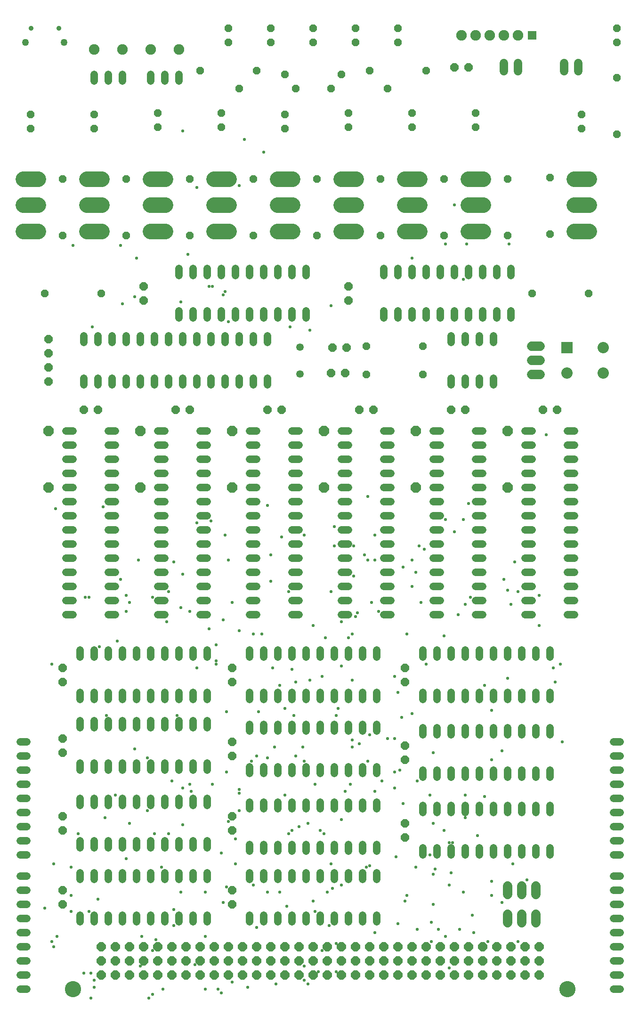
<source format=gbr>
G04 EAGLE Gerber RS-274X export*
G75*
%MOMM*%
%FSLAX34Y34*%
%LPD*%
%INSoldermask Top*%
%IPPOS*%
%AMOC8*
5,1,8,0,0,1.08239X$1,22.5*%
G01*
%ADD10C,1.346200*%
%ADD11C,1.346200*%
%ADD12P,1.677055X8X202.500000*%
%ADD13P,1.677055X8X112.500000*%
%ADD14R,1.627000X1.627000*%
%ADD15C,1.905000*%
%ADD16P,1.457113X8X22.500000*%
%ADD17P,1.457113X8X202.500000*%
%ADD18P,1.951982X8X112.500000*%
%ADD19P,1.457113X8X292.500000*%
%ADD20P,1.677055X8X22.500000*%
%ADD21C,1.651000*%
%ADD22P,1.787026X8X292.500000*%
%ADD23C,2.921000*%
%ADD24C,2.832100*%
%ADD25P,1.457113X8X112.500000*%
%ADD26P,1.677055X8X292.500000*%
%ADD27C,1.498600*%
%ADD28C,0.889000*%
%ADD29C,1.270000*%
%ADD30R,2.032000X2.032000*%
%ADD31C,2.032000*%
%ADD32C,0.584200*%


D10*
X890270Y1357630D03*
X890270Y1309370D03*
D11*
X501650Y1301496D02*
X501650Y1289304D01*
X527050Y1289304D02*
X527050Y1301496D01*
X552450Y1301496D02*
X552450Y1289304D01*
X577850Y1289304D02*
X577850Y1301496D01*
X603250Y1301496D02*
X603250Y1289304D01*
X628650Y1289304D02*
X628650Y1301496D01*
X654050Y1301496D02*
X654050Y1289304D01*
X679450Y1289304D02*
X679450Y1301496D01*
X704850Y1301496D02*
X704850Y1289304D01*
X730250Y1289304D02*
X730250Y1301496D01*
X755650Y1301496D02*
X755650Y1289304D01*
X781050Y1289304D02*
X781050Y1301496D01*
X806450Y1301496D02*
X806450Y1289304D01*
X831850Y1289304D02*
X831850Y1301496D01*
X831850Y1365504D02*
X831850Y1377696D01*
X806450Y1377696D02*
X806450Y1365504D01*
X781050Y1365504D02*
X781050Y1377696D01*
X755650Y1377696D02*
X755650Y1365504D01*
X730250Y1365504D02*
X730250Y1377696D01*
X704850Y1377696D02*
X704850Y1365504D01*
X679450Y1365504D02*
X679450Y1377696D01*
X654050Y1377696D02*
X654050Y1365504D01*
X628650Y1365504D02*
X628650Y1377696D01*
X603250Y1377696D02*
X603250Y1365504D01*
X577850Y1365504D02*
X577850Y1377696D01*
X552450Y1377696D02*
X552450Y1365504D01*
X527050Y1365504D02*
X527050Y1377696D01*
X501650Y1377696D02*
X501650Y1365504D01*
D12*
X971550Y1310640D03*
X946150Y1310640D03*
X974090Y1356360D03*
X948690Y1356360D03*
X1193800Y1860550D03*
X1168400Y1860550D03*
D13*
X438150Y1346200D03*
X438150Y1371600D03*
X438150Y1295400D03*
X438150Y1320800D03*
D11*
X1371854Y876300D02*
X1384046Y876300D01*
X1384046Y901700D02*
X1371854Y901700D01*
X1371854Y927100D02*
X1384046Y927100D01*
X1384046Y952500D02*
X1371854Y952500D01*
X1371854Y977900D02*
X1384046Y977900D01*
X1384046Y1003300D02*
X1371854Y1003300D01*
X1371854Y1028700D02*
X1384046Y1028700D01*
X1384046Y1054100D02*
X1371854Y1054100D01*
X1371854Y1079500D02*
X1384046Y1079500D01*
X1384046Y1104900D02*
X1371854Y1104900D01*
X1371854Y1130300D02*
X1384046Y1130300D01*
X1384046Y1155700D02*
X1371854Y1155700D01*
X1371854Y1181100D02*
X1384046Y1181100D01*
X1384046Y1206500D02*
X1371854Y1206500D01*
X1307846Y1206500D02*
X1295654Y1206500D01*
X1295654Y1181100D02*
X1307846Y1181100D01*
X1307846Y1155700D02*
X1295654Y1155700D01*
X1295654Y1130300D02*
X1307846Y1130300D01*
X1307846Y1104900D02*
X1295654Y1104900D01*
X1295654Y1079500D02*
X1307846Y1079500D01*
X1307846Y1054100D02*
X1295654Y1054100D01*
X1295654Y1028700D02*
X1307846Y1028700D01*
X1307846Y1003300D02*
X1295654Y1003300D01*
X1295654Y977900D02*
X1307846Y977900D01*
X1307846Y952500D02*
X1295654Y952500D01*
X1295654Y927100D02*
X1307846Y927100D01*
X1307846Y901700D02*
X1295654Y901700D01*
X1295654Y876300D02*
X1307846Y876300D01*
X888746Y876300D02*
X876554Y876300D01*
X876554Y901700D02*
X888746Y901700D01*
X888746Y927100D02*
X876554Y927100D01*
X876554Y952500D02*
X888746Y952500D01*
X888746Y977900D02*
X876554Y977900D01*
X876554Y1003300D02*
X888746Y1003300D01*
X888746Y1028700D02*
X876554Y1028700D01*
X876554Y1054100D02*
X888746Y1054100D01*
X888746Y1079500D02*
X876554Y1079500D01*
X876554Y1104900D02*
X888746Y1104900D01*
X888746Y1130300D02*
X876554Y1130300D01*
X876554Y1155700D02*
X888746Y1155700D01*
X888746Y1181100D02*
X876554Y1181100D01*
X876554Y1206500D02*
X888746Y1206500D01*
X812546Y1206500D02*
X800354Y1206500D01*
X800354Y1181100D02*
X812546Y1181100D01*
X812546Y1155700D02*
X800354Y1155700D01*
X800354Y1130300D02*
X812546Y1130300D01*
X812546Y1104900D02*
X800354Y1104900D01*
X800354Y1079500D02*
X812546Y1079500D01*
X812546Y1054100D02*
X800354Y1054100D01*
X800354Y1028700D02*
X812546Y1028700D01*
X812546Y1003300D02*
X800354Y1003300D01*
X800354Y977900D02*
X812546Y977900D01*
X812546Y952500D02*
X800354Y952500D01*
X800354Y927100D02*
X812546Y927100D01*
X812546Y901700D02*
X800354Y901700D01*
X800354Y876300D02*
X812546Y876300D01*
X558546Y876300D02*
X546354Y876300D01*
X546354Y901700D02*
X558546Y901700D01*
X558546Y927100D02*
X546354Y927100D01*
X546354Y952500D02*
X558546Y952500D01*
X558546Y977900D02*
X546354Y977900D01*
X546354Y1003300D02*
X558546Y1003300D01*
X558546Y1028700D02*
X546354Y1028700D01*
X546354Y1054100D02*
X558546Y1054100D01*
X558546Y1079500D02*
X546354Y1079500D01*
X546354Y1104900D02*
X558546Y1104900D01*
X558546Y1130300D02*
X546354Y1130300D01*
X546354Y1155700D02*
X558546Y1155700D01*
X558546Y1181100D02*
X546354Y1181100D01*
X546354Y1206500D02*
X558546Y1206500D01*
X482346Y1206500D02*
X470154Y1206500D01*
X470154Y1181100D02*
X482346Y1181100D01*
X482346Y1155700D02*
X470154Y1155700D01*
X470154Y1130300D02*
X482346Y1130300D01*
X482346Y1104900D02*
X470154Y1104900D01*
X470154Y1079500D02*
X482346Y1079500D01*
X482346Y1054100D02*
X470154Y1054100D01*
X470154Y1028700D02*
X482346Y1028700D01*
X482346Y1003300D02*
X470154Y1003300D01*
X470154Y977900D02*
X482346Y977900D01*
X482346Y952500D02*
X470154Y952500D01*
X470154Y927100D02*
X482346Y927100D01*
X482346Y901700D02*
X470154Y901700D01*
X470154Y876300D02*
X482346Y876300D01*
X1162050Y1289304D02*
X1162050Y1301496D01*
X1187450Y1301496D02*
X1187450Y1289304D01*
X1212850Y1289304D02*
X1212850Y1301496D01*
X1238250Y1301496D02*
X1238250Y1289304D01*
X1238250Y1365504D02*
X1238250Y1377696D01*
X1212850Y1377696D02*
X1212850Y1365504D01*
X1187450Y1365504D02*
X1187450Y1377696D01*
X1162050Y1377696D02*
X1162050Y1365504D01*
D14*
X1308100Y1917700D03*
D15*
X1282700Y1917700D03*
X1257300Y1917700D03*
X1231900Y1917700D03*
X1206500Y1917700D03*
X1181100Y1917700D03*
D16*
X1308100Y1454150D03*
X1409700Y1454150D03*
D17*
X1111250Y1358900D03*
X1009650Y1358900D03*
D18*
X933450Y1104900D03*
X933450Y1206500D03*
X603250Y1104900D03*
X603250Y1206500D03*
X1263650Y1104900D03*
X1263650Y1206500D03*
D17*
X1111250Y1308100D03*
X1009650Y1308100D03*
D11*
X1041654Y876300D02*
X1053846Y876300D01*
X1053846Y901700D02*
X1041654Y901700D01*
X1041654Y927100D02*
X1053846Y927100D01*
X1053846Y952500D02*
X1041654Y952500D01*
X1041654Y977900D02*
X1053846Y977900D01*
X1053846Y1003300D02*
X1041654Y1003300D01*
X1041654Y1028700D02*
X1053846Y1028700D01*
X1053846Y1054100D02*
X1041654Y1054100D01*
X1041654Y1079500D02*
X1053846Y1079500D01*
X1053846Y1104900D02*
X1041654Y1104900D01*
X1041654Y1130300D02*
X1053846Y1130300D01*
X1053846Y1155700D02*
X1041654Y1155700D01*
X1041654Y1181100D02*
X1053846Y1181100D01*
X1053846Y1206500D02*
X1041654Y1206500D01*
X977646Y1206500D02*
X965454Y1206500D01*
X965454Y1181100D02*
X977646Y1181100D01*
X977646Y1155700D02*
X965454Y1155700D01*
X965454Y1130300D02*
X977646Y1130300D01*
X977646Y1104900D02*
X965454Y1104900D01*
X965454Y1079500D02*
X977646Y1079500D01*
X977646Y1054100D02*
X965454Y1054100D01*
X965454Y1028700D02*
X977646Y1028700D01*
X977646Y1003300D02*
X965454Y1003300D01*
X965454Y977900D02*
X977646Y977900D01*
X977646Y952500D02*
X965454Y952500D01*
X965454Y927100D02*
X977646Y927100D01*
X977646Y901700D02*
X965454Y901700D01*
X965454Y876300D02*
X977646Y876300D01*
D18*
X1098550Y1104900D03*
X1098550Y1206500D03*
D11*
X723646Y876300D02*
X711454Y876300D01*
X711454Y901700D02*
X723646Y901700D01*
X723646Y927100D02*
X711454Y927100D01*
X711454Y952500D02*
X723646Y952500D01*
X723646Y977900D02*
X711454Y977900D01*
X711454Y1003300D02*
X723646Y1003300D01*
X723646Y1028700D02*
X711454Y1028700D01*
X711454Y1054100D02*
X723646Y1054100D01*
X723646Y1079500D02*
X711454Y1079500D01*
X711454Y1104900D02*
X723646Y1104900D01*
X723646Y1130300D02*
X711454Y1130300D01*
X711454Y1155700D02*
X723646Y1155700D01*
X723646Y1181100D02*
X711454Y1181100D01*
X711454Y1206500D02*
X723646Y1206500D01*
X647446Y1206500D02*
X635254Y1206500D01*
X635254Y1181100D02*
X647446Y1181100D01*
X647446Y1155700D02*
X635254Y1155700D01*
X635254Y1130300D02*
X647446Y1130300D01*
X647446Y1104900D02*
X635254Y1104900D01*
X635254Y1079500D02*
X647446Y1079500D01*
X647446Y1054100D02*
X635254Y1054100D01*
X635254Y1028700D02*
X647446Y1028700D01*
X647446Y1003300D02*
X635254Y1003300D01*
X635254Y977900D02*
X647446Y977900D01*
X647446Y952500D02*
X635254Y952500D01*
X635254Y927100D02*
X647446Y927100D01*
X647446Y901700D02*
X635254Y901700D01*
X635254Y876300D02*
X647446Y876300D01*
D18*
X438150Y1104900D03*
X438150Y1206500D03*
D19*
X762000Y1930400D03*
X762000Y1905000D03*
X990600Y1930400D03*
X990600Y1905000D03*
X838200Y1930400D03*
X838200Y1905000D03*
X1066800Y1930400D03*
X1066800Y1905000D03*
X914400Y1930400D03*
X914400Y1905000D03*
D16*
X863600Y1847850D03*
X965200Y1847850D03*
X781050Y1822450D03*
X882650Y1822450D03*
X711200Y1854200D03*
X812800Y1854200D03*
X946150Y1822450D03*
X1047750Y1822450D03*
X1016000Y1854200D03*
X1117600Y1854200D03*
D20*
X501650Y1244600D03*
X527050Y1244600D03*
X666750Y1244600D03*
X692150Y1244600D03*
X996950Y1244600D03*
X1022350Y1244600D03*
X1162050Y1244600D03*
X1187450Y1244600D03*
X1327150Y1244600D03*
X1352550Y1244600D03*
D11*
X520700Y1835404D02*
X520700Y1847596D01*
X546100Y1847596D02*
X546100Y1835404D01*
X571500Y1835404D02*
X571500Y1847596D01*
D15*
X520700Y1892300D03*
X571500Y1892300D03*
D11*
X622300Y1847596D02*
X622300Y1835404D01*
X647700Y1835404D02*
X647700Y1847596D01*
X673100Y1847596D02*
X673100Y1835404D01*
D15*
X622300Y1892300D03*
X673100Y1892300D03*
D21*
X1306830Y1308100D02*
X1322070Y1308100D01*
X1322070Y1333500D02*
X1306830Y1333500D01*
X1306830Y1358900D02*
X1322070Y1358900D01*
D11*
X1454404Y444500D02*
X1466596Y444500D01*
X1466596Y469900D02*
X1454404Y469900D01*
X1454404Y495300D02*
X1466596Y495300D01*
X1466596Y520700D02*
X1454404Y520700D01*
X1454404Y546100D02*
X1466596Y546100D01*
X1466596Y571500D02*
X1454404Y571500D01*
X1454404Y596900D02*
X1466596Y596900D01*
X1466596Y622300D02*
X1454404Y622300D01*
X1454404Y647700D02*
X1466596Y647700D01*
X1466596Y203200D02*
X1454404Y203200D01*
X1454404Y228600D02*
X1466596Y228600D01*
X1466596Y254000D02*
X1454404Y254000D01*
X1454404Y279400D02*
X1466596Y279400D01*
X1466596Y304800D02*
X1454404Y304800D01*
X1454404Y330200D02*
X1466596Y330200D01*
X1466596Y355600D02*
X1454404Y355600D01*
X1454404Y381000D02*
X1466596Y381000D01*
X1466596Y406400D02*
X1454404Y406400D01*
X399796Y444500D02*
X387604Y444500D01*
X387604Y469900D02*
X399796Y469900D01*
X399796Y495300D02*
X387604Y495300D01*
X387604Y520700D02*
X399796Y520700D01*
X399796Y546100D02*
X387604Y546100D01*
X387604Y571500D02*
X399796Y571500D01*
X399796Y596900D02*
X387604Y596900D01*
X387604Y622300D02*
X399796Y622300D01*
X399796Y647700D02*
X387604Y647700D01*
X387604Y203200D02*
X399796Y203200D01*
X399796Y228600D02*
X387604Y228600D01*
X387604Y254000D02*
X399796Y254000D01*
X399796Y279400D02*
X387604Y279400D01*
X387604Y304800D02*
X399796Y304800D01*
X399796Y330200D02*
X387604Y330200D01*
X387604Y355600D02*
X399796Y355600D01*
X399796Y381000D02*
X387604Y381000D01*
X387604Y406400D02*
X399796Y406400D01*
D22*
X1320800Y228600D03*
X1295400Y228600D03*
X1270000Y228600D03*
X1244600Y228600D03*
X1219200Y228600D03*
X1193800Y228600D03*
X1168400Y228600D03*
X1143000Y228600D03*
X1117600Y228600D03*
X1092200Y228600D03*
X1066800Y228600D03*
X1041400Y228600D03*
X1016000Y228600D03*
X990600Y228600D03*
X965200Y228600D03*
X939800Y228600D03*
X1320800Y254000D03*
X1295400Y254000D03*
X1270000Y254000D03*
X1244600Y254000D03*
X1219200Y254000D03*
X1193800Y254000D03*
X1168400Y254000D03*
X1143000Y254000D03*
X1117600Y254000D03*
X1092200Y254000D03*
X1066800Y254000D03*
X1041400Y254000D03*
X1016000Y254000D03*
X990600Y254000D03*
X965200Y254000D03*
X939800Y254000D03*
X1320800Y279400D03*
X1295400Y279400D03*
X1270000Y279400D03*
X1244600Y279400D03*
X1219200Y279400D03*
X1193800Y279400D03*
X1168400Y279400D03*
X1143000Y279400D03*
X1117600Y279400D03*
X1092200Y279400D03*
X1066800Y279400D03*
X1041400Y279400D03*
X1016000Y279400D03*
X990600Y279400D03*
X965200Y279400D03*
X939800Y279400D03*
X914400Y228600D03*
X889000Y228600D03*
X863600Y228600D03*
X838200Y228600D03*
X812800Y228600D03*
X787400Y228600D03*
X762000Y228600D03*
X736600Y228600D03*
X711200Y228600D03*
X685800Y228600D03*
X660400Y228600D03*
X635000Y228600D03*
X609600Y228600D03*
X584200Y228600D03*
X558800Y228600D03*
X533400Y228600D03*
X914400Y254000D03*
X889000Y254000D03*
X863600Y254000D03*
X838200Y254000D03*
X812800Y254000D03*
X787400Y254000D03*
X762000Y254000D03*
X736600Y254000D03*
X711200Y254000D03*
X685800Y254000D03*
X660400Y254000D03*
X635000Y254000D03*
X609600Y254000D03*
X584200Y254000D03*
X558800Y254000D03*
X533400Y254000D03*
X914400Y279400D03*
X889000Y279400D03*
X863600Y279400D03*
X838200Y279400D03*
X812800Y279400D03*
X787400Y279400D03*
X762000Y279400D03*
X736600Y279400D03*
X711200Y279400D03*
X685800Y279400D03*
X660400Y279400D03*
X635000Y279400D03*
X609600Y279400D03*
X584200Y279400D03*
X558800Y279400D03*
X533400Y279400D03*
D23*
X482536Y203200D03*
X1371664Y203200D03*
D19*
X1460500Y1930400D03*
X1460500Y1905000D03*
X1460500Y1841500D03*
X1460500Y1739900D03*
D11*
X1218946Y876300D02*
X1206754Y876300D01*
X1206754Y901700D02*
X1218946Y901700D01*
X1218946Y927100D02*
X1206754Y927100D01*
X1206754Y952500D02*
X1218946Y952500D01*
X1218946Y977900D02*
X1206754Y977900D01*
X1206754Y1003300D02*
X1218946Y1003300D01*
X1218946Y1028700D02*
X1206754Y1028700D01*
X1206754Y1054100D02*
X1218946Y1054100D01*
X1218946Y1079500D02*
X1206754Y1079500D01*
X1206754Y1104900D02*
X1218946Y1104900D01*
X1218946Y1130300D02*
X1206754Y1130300D01*
X1206754Y1155700D02*
X1218946Y1155700D01*
X1218946Y1181100D02*
X1206754Y1181100D01*
X1206754Y1206500D02*
X1218946Y1206500D01*
X1142746Y1206500D02*
X1130554Y1206500D01*
X1130554Y1181100D02*
X1142746Y1181100D01*
X1142746Y1155700D02*
X1130554Y1155700D01*
X1130554Y1130300D02*
X1142746Y1130300D01*
X1142746Y1104900D02*
X1130554Y1104900D01*
X1130554Y1079500D02*
X1142746Y1079500D01*
X1142746Y1054100D02*
X1130554Y1054100D01*
X1130554Y1028700D02*
X1142746Y1028700D01*
X1142746Y1003300D02*
X1130554Y1003300D01*
X1130554Y977900D02*
X1142746Y977900D01*
X1142746Y952500D02*
X1130554Y952500D01*
X1130554Y927100D02*
X1142746Y927100D01*
X1142746Y901700D02*
X1130554Y901700D01*
X1130554Y876300D02*
X1142746Y876300D01*
D18*
X768350Y1104900D03*
X768350Y1206500D03*
D24*
X419926Y1659890D02*
X392875Y1659890D01*
X392875Y1612900D02*
X419926Y1612900D01*
X419926Y1565910D02*
X392875Y1565910D01*
X507175Y1659890D02*
X534226Y1659890D01*
X534226Y1612900D02*
X507175Y1612900D01*
X507175Y1565910D02*
X534226Y1565910D01*
X621475Y1659890D02*
X648526Y1659890D01*
X648526Y1612900D02*
X621475Y1612900D01*
X621475Y1565910D02*
X648526Y1565910D01*
X735775Y1659890D02*
X762826Y1659890D01*
X762826Y1612900D02*
X735775Y1612900D01*
X735775Y1565910D02*
X762826Y1565910D01*
X850075Y1659890D02*
X877126Y1659890D01*
X877126Y1612900D02*
X850075Y1612900D01*
X850075Y1565910D02*
X877126Y1565910D01*
X964375Y1659890D02*
X991426Y1659890D01*
X991426Y1612900D02*
X964375Y1612900D01*
X964375Y1565910D02*
X991426Y1565910D01*
X1078675Y1659890D02*
X1105726Y1659890D01*
X1105726Y1612900D02*
X1078675Y1612900D01*
X1078675Y1565910D02*
X1105726Y1565910D01*
X1192975Y1659890D02*
X1220026Y1659890D01*
X1220026Y1612900D02*
X1192975Y1612900D01*
X1192975Y1565910D02*
X1220026Y1565910D01*
X1383475Y1659890D02*
X1410526Y1659890D01*
X1410526Y1612900D02*
X1383475Y1612900D01*
X1383475Y1565910D02*
X1410526Y1565910D01*
D25*
X406400Y1750060D03*
X406400Y1775460D03*
X463550Y1558290D03*
X463550Y1659890D03*
X520700Y1750060D03*
X520700Y1775460D03*
X577850Y1558290D03*
X577850Y1659890D03*
X635000Y1752600D03*
X635000Y1778000D03*
X692150Y1558290D03*
X692150Y1659890D03*
X749300Y1752600D03*
X749300Y1778000D03*
X806450Y1558290D03*
X806450Y1659890D03*
X863600Y1750060D03*
X863600Y1775460D03*
X920750Y1558290D03*
X920750Y1659890D03*
X977900Y1752600D03*
X977900Y1778000D03*
X1035050Y1558290D03*
X1035050Y1659890D03*
X1092200Y1752600D03*
X1092200Y1778000D03*
X1149350Y1558290D03*
X1149350Y1659890D03*
X1206500Y1752600D03*
X1206500Y1778000D03*
X1263650Y1558290D03*
X1263650Y1659890D03*
X1397000Y1750060D03*
X1397000Y1775460D03*
X1339850Y1560830D03*
X1339850Y1662430D03*
D11*
X673100Y1422146D02*
X673100Y1409954D01*
X698500Y1409954D02*
X698500Y1422146D01*
X825500Y1422146D02*
X825500Y1409954D01*
X850900Y1409954D02*
X850900Y1422146D01*
X723900Y1422146D02*
X723900Y1409954D01*
X749300Y1409954D02*
X749300Y1422146D01*
X800100Y1422146D02*
X800100Y1409954D01*
X774700Y1409954D02*
X774700Y1422146D01*
X876300Y1422146D02*
X876300Y1409954D01*
X901700Y1409954D02*
X901700Y1422146D01*
X901700Y1486154D02*
X901700Y1498346D01*
X876300Y1498346D02*
X876300Y1486154D01*
X850900Y1486154D02*
X850900Y1498346D01*
X825500Y1498346D02*
X825500Y1486154D01*
X800100Y1486154D02*
X800100Y1498346D01*
X774700Y1498346D02*
X774700Y1486154D01*
X749300Y1486154D02*
X749300Y1498346D01*
X723900Y1498346D02*
X723900Y1486154D01*
X698500Y1486154D02*
X698500Y1498346D01*
X673100Y1498346D02*
X673100Y1486154D01*
X1041400Y1422146D02*
X1041400Y1409954D01*
X1066800Y1409954D02*
X1066800Y1422146D01*
X1193800Y1422146D02*
X1193800Y1409954D01*
X1219200Y1409954D02*
X1219200Y1422146D01*
X1092200Y1422146D02*
X1092200Y1409954D01*
X1117600Y1409954D02*
X1117600Y1422146D01*
X1168400Y1422146D02*
X1168400Y1409954D01*
X1143000Y1409954D02*
X1143000Y1422146D01*
X1244600Y1422146D02*
X1244600Y1409954D01*
X1270000Y1409954D02*
X1270000Y1422146D01*
X1270000Y1486154D02*
X1270000Y1498346D01*
X1244600Y1498346D02*
X1244600Y1486154D01*
X1219200Y1486154D02*
X1219200Y1498346D01*
X1193800Y1498346D02*
X1193800Y1486154D01*
X1168400Y1486154D02*
X1168400Y1498346D01*
X1143000Y1498346D02*
X1143000Y1486154D01*
X1117600Y1486154D02*
X1117600Y1498346D01*
X1092200Y1498346D02*
X1092200Y1486154D01*
X1066800Y1486154D02*
X1066800Y1498346D01*
X1041400Y1498346D02*
X1041400Y1486154D01*
D20*
X831850Y1244600D03*
X857250Y1244600D03*
D26*
X609600Y1466850D03*
X609600Y1441450D03*
X977900Y1466850D03*
X977900Y1441450D03*
D27*
X1390650Y1853692D02*
X1390650Y1867408D01*
X1365250Y1867408D02*
X1365250Y1853692D01*
X1282700Y1853692D02*
X1282700Y1867408D01*
X1257300Y1867408D02*
X1257300Y1853692D01*
D28*
X406800Y1930400D03*
X456800Y1930400D03*
D29*
X466800Y1905400D03*
X396800Y1905400D03*
D30*
X1370850Y1356000D03*
D31*
X1370850Y1311000D03*
X1435850Y1311000D03*
X1435850Y1356000D03*
D17*
X533400Y1454150D03*
X431800Y1454150D03*
D11*
X495300Y736346D02*
X495300Y724154D01*
X520700Y724154D02*
X520700Y736346D01*
X647700Y736346D02*
X647700Y724154D01*
X673100Y724154D02*
X673100Y736346D01*
X546100Y736346D02*
X546100Y724154D01*
X571500Y724154D02*
X571500Y736346D01*
X622300Y736346D02*
X622300Y724154D01*
X596900Y724154D02*
X596900Y736346D01*
X698500Y736346D02*
X698500Y724154D01*
X723900Y724154D02*
X723900Y736346D01*
X723900Y800354D02*
X723900Y812546D01*
X698500Y812546D02*
X698500Y800354D01*
X673100Y800354D02*
X673100Y812546D01*
X647700Y812546D02*
X647700Y800354D01*
X622300Y800354D02*
X622300Y812546D01*
X596900Y812546D02*
X596900Y800354D01*
X571500Y800354D02*
X571500Y812546D01*
X546100Y812546D02*
X546100Y800354D01*
X520700Y800354D02*
X520700Y812546D01*
X495300Y812546D02*
X495300Y800354D01*
X495300Y609346D02*
X495300Y597154D01*
X520700Y597154D02*
X520700Y609346D01*
X647700Y609346D02*
X647700Y597154D01*
X673100Y597154D02*
X673100Y609346D01*
X546100Y609346D02*
X546100Y597154D01*
X571500Y597154D02*
X571500Y609346D01*
X622300Y609346D02*
X622300Y597154D01*
X596900Y597154D02*
X596900Y609346D01*
X698500Y609346D02*
X698500Y597154D01*
X723900Y597154D02*
X723900Y609346D01*
X723900Y673354D02*
X723900Y685546D01*
X698500Y685546D02*
X698500Y673354D01*
X673100Y673354D02*
X673100Y685546D01*
X647700Y685546D02*
X647700Y673354D01*
X622300Y673354D02*
X622300Y685546D01*
X596900Y685546D02*
X596900Y673354D01*
X571500Y673354D02*
X571500Y685546D01*
X546100Y685546D02*
X546100Y673354D01*
X520700Y673354D02*
X520700Y685546D01*
X495300Y685546D02*
X495300Y673354D01*
X495300Y469646D02*
X495300Y457454D01*
X520700Y457454D02*
X520700Y469646D01*
X647700Y469646D02*
X647700Y457454D01*
X673100Y457454D02*
X673100Y469646D01*
X546100Y469646D02*
X546100Y457454D01*
X571500Y457454D02*
X571500Y469646D01*
X622300Y469646D02*
X622300Y457454D01*
X596900Y457454D02*
X596900Y469646D01*
X698500Y469646D02*
X698500Y457454D01*
X723900Y457454D02*
X723900Y469646D01*
X723900Y533654D02*
X723900Y545846D01*
X698500Y545846D02*
X698500Y533654D01*
X673100Y533654D02*
X673100Y545846D01*
X647700Y545846D02*
X647700Y533654D01*
X622300Y533654D02*
X622300Y545846D01*
X596900Y545846D02*
X596900Y533654D01*
X571500Y533654D02*
X571500Y545846D01*
X546100Y545846D02*
X546100Y533654D01*
X520700Y533654D02*
X520700Y545846D01*
X495300Y545846D02*
X495300Y533654D01*
X495300Y336296D02*
X495300Y324104D01*
X520700Y324104D02*
X520700Y336296D01*
X647700Y336296D02*
X647700Y324104D01*
X673100Y324104D02*
X673100Y336296D01*
X546100Y336296D02*
X546100Y324104D01*
X571500Y324104D02*
X571500Y336296D01*
X622300Y336296D02*
X622300Y324104D01*
X596900Y324104D02*
X596900Y336296D01*
X698500Y336296D02*
X698500Y324104D01*
X723900Y324104D02*
X723900Y336296D01*
X723900Y400304D02*
X723900Y412496D01*
X698500Y412496D02*
X698500Y400304D01*
X673100Y400304D02*
X673100Y412496D01*
X647700Y412496D02*
X647700Y400304D01*
X622300Y400304D02*
X622300Y412496D01*
X596900Y412496D02*
X596900Y400304D01*
X571500Y400304D02*
X571500Y412496D01*
X546100Y412496D02*
X546100Y400304D01*
X520700Y400304D02*
X520700Y412496D01*
X495300Y412496D02*
X495300Y400304D01*
X800100Y724154D02*
X800100Y736346D01*
X825500Y736346D02*
X825500Y724154D01*
X952500Y724154D02*
X952500Y736346D01*
X977900Y736346D02*
X977900Y724154D01*
X850900Y724154D02*
X850900Y736346D01*
X876300Y736346D02*
X876300Y724154D01*
X927100Y724154D02*
X927100Y736346D01*
X901700Y736346D02*
X901700Y724154D01*
X1003300Y724154D02*
X1003300Y736346D01*
X1028700Y736346D02*
X1028700Y724154D01*
X1028700Y800354D02*
X1028700Y812546D01*
X1003300Y812546D02*
X1003300Y800354D01*
X977900Y800354D02*
X977900Y812546D01*
X952500Y812546D02*
X952500Y800354D01*
X927100Y800354D02*
X927100Y812546D01*
X901700Y812546D02*
X901700Y800354D01*
X876300Y800354D02*
X876300Y812546D01*
X850900Y812546D02*
X850900Y800354D01*
X825500Y800354D02*
X825500Y812546D01*
X800100Y812546D02*
X800100Y800354D01*
X800100Y602996D02*
X800100Y590804D01*
X825500Y590804D02*
X825500Y602996D01*
X952500Y602996D02*
X952500Y590804D01*
X977900Y590804D02*
X977900Y602996D01*
X850900Y602996D02*
X850900Y590804D01*
X876300Y590804D02*
X876300Y602996D01*
X927100Y602996D02*
X927100Y590804D01*
X901700Y590804D02*
X901700Y602996D01*
X1003300Y602996D02*
X1003300Y590804D01*
X1028700Y590804D02*
X1028700Y602996D01*
X1028700Y667004D02*
X1028700Y679196D01*
X1003300Y679196D02*
X1003300Y667004D01*
X977900Y667004D02*
X977900Y679196D01*
X952500Y679196D02*
X952500Y667004D01*
X927100Y667004D02*
X927100Y679196D01*
X901700Y679196D02*
X901700Y667004D01*
X876300Y667004D02*
X876300Y679196D01*
X850900Y679196D02*
X850900Y667004D01*
X825500Y667004D02*
X825500Y679196D01*
X800100Y679196D02*
X800100Y667004D01*
X800100Y463296D02*
X800100Y451104D01*
X825500Y451104D02*
X825500Y463296D01*
X952500Y463296D02*
X952500Y451104D01*
X977900Y451104D02*
X977900Y463296D01*
X850900Y463296D02*
X850900Y451104D01*
X876300Y451104D02*
X876300Y463296D01*
X927100Y463296D02*
X927100Y451104D01*
X901700Y451104D02*
X901700Y463296D01*
X1003300Y463296D02*
X1003300Y451104D01*
X1028700Y451104D02*
X1028700Y463296D01*
X1028700Y527304D02*
X1028700Y539496D01*
X1003300Y539496D02*
X1003300Y527304D01*
X977900Y527304D02*
X977900Y539496D01*
X952500Y539496D02*
X952500Y527304D01*
X927100Y527304D02*
X927100Y539496D01*
X901700Y539496D02*
X901700Y527304D01*
X876300Y527304D02*
X876300Y539496D01*
X850900Y539496D02*
X850900Y527304D01*
X825500Y527304D02*
X825500Y539496D01*
X800100Y539496D02*
X800100Y527304D01*
X800100Y336296D02*
X800100Y324104D01*
X825500Y324104D02*
X825500Y336296D01*
X952500Y336296D02*
X952500Y324104D01*
X977900Y324104D02*
X977900Y336296D01*
X850900Y336296D02*
X850900Y324104D01*
X876300Y324104D02*
X876300Y336296D01*
X927100Y336296D02*
X927100Y324104D01*
X901700Y324104D02*
X901700Y336296D01*
X1003300Y336296D02*
X1003300Y324104D01*
X1028700Y324104D02*
X1028700Y336296D01*
X1028700Y400304D02*
X1028700Y412496D01*
X1003300Y412496D02*
X1003300Y400304D01*
X977900Y400304D02*
X977900Y412496D01*
X952500Y412496D02*
X952500Y400304D01*
X927100Y400304D02*
X927100Y412496D01*
X901700Y412496D02*
X901700Y400304D01*
X876300Y400304D02*
X876300Y412496D01*
X850900Y412496D02*
X850900Y400304D01*
X825500Y400304D02*
X825500Y412496D01*
X800100Y412496D02*
X800100Y400304D01*
X1111250Y724154D02*
X1111250Y736346D01*
X1136650Y736346D02*
X1136650Y724154D01*
X1263650Y724154D02*
X1263650Y736346D01*
X1289050Y736346D02*
X1289050Y724154D01*
X1162050Y724154D02*
X1162050Y736346D01*
X1187450Y736346D02*
X1187450Y724154D01*
X1238250Y724154D02*
X1238250Y736346D01*
X1212850Y736346D02*
X1212850Y724154D01*
X1314450Y724154D02*
X1314450Y736346D01*
X1339850Y736346D02*
X1339850Y724154D01*
X1339850Y800354D02*
X1339850Y812546D01*
X1314450Y812546D02*
X1314450Y800354D01*
X1289050Y800354D02*
X1289050Y812546D01*
X1263650Y812546D02*
X1263650Y800354D01*
X1238250Y800354D02*
X1238250Y812546D01*
X1212850Y812546D02*
X1212850Y800354D01*
X1187450Y800354D02*
X1187450Y812546D01*
X1162050Y812546D02*
X1162050Y800354D01*
X1136650Y800354D02*
X1136650Y812546D01*
X1111250Y812546D02*
X1111250Y800354D01*
X1111250Y596646D02*
X1111250Y584454D01*
X1136650Y584454D02*
X1136650Y596646D01*
X1263650Y596646D02*
X1263650Y584454D01*
X1289050Y584454D02*
X1289050Y596646D01*
X1162050Y596646D02*
X1162050Y584454D01*
X1187450Y584454D02*
X1187450Y596646D01*
X1238250Y596646D02*
X1238250Y584454D01*
X1212850Y584454D02*
X1212850Y596646D01*
X1314450Y596646D02*
X1314450Y584454D01*
X1339850Y584454D02*
X1339850Y596646D01*
X1339850Y660654D02*
X1339850Y672846D01*
X1314450Y672846D02*
X1314450Y660654D01*
X1289050Y660654D02*
X1289050Y672846D01*
X1263650Y672846D02*
X1263650Y660654D01*
X1238250Y660654D02*
X1238250Y672846D01*
X1212850Y672846D02*
X1212850Y660654D01*
X1187450Y660654D02*
X1187450Y672846D01*
X1162050Y672846D02*
X1162050Y660654D01*
X1136650Y660654D02*
X1136650Y672846D01*
X1111250Y672846D02*
X1111250Y660654D01*
X1111250Y456946D02*
X1111250Y444754D01*
X1136650Y444754D02*
X1136650Y456946D01*
X1263650Y456946D02*
X1263650Y444754D01*
X1289050Y444754D02*
X1289050Y456946D01*
X1162050Y456946D02*
X1162050Y444754D01*
X1187450Y444754D02*
X1187450Y456946D01*
X1238250Y456946D02*
X1238250Y444754D01*
X1212850Y444754D02*
X1212850Y456946D01*
X1314450Y456946D02*
X1314450Y444754D01*
X1339850Y444754D02*
X1339850Y456946D01*
X1339850Y520954D02*
X1339850Y533146D01*
X1314450Y533146D02*
X1314450Y520954D01*
X1289050Y520954D02*
X1289050Y533146D01*
X1263650Y533146D02*
X1263650Y520954D01*
X1238250Y520954D02*
X1238250Y533146D01*
X1212850Y533146D02*
X1212850Y520954D01*
X1187450Y520954D02*
X1187450Y533146D01*
X1162050Y533146D02*
X1162050Y520954D01*
X1136650Y520954D02*
X1136650Y533146D01*
X1111250Y533146D02*
X1111250Y520954D01*
D13*
X1079500Y476250D03*
X1079500Y501650D03*
X768350Y755650D03*
X768350Y781050D03*
X768350Y622300D03*
X768350Y647700D03*
X768350Y488950D03*
X768350Y514350D03*
X768350Y355600D03*
X768350Y381000D03*
X463550Y355600D03*
X463550Y381000D03*
X463550Y488950D03*
X463550Y514350D03*
D26*
X463550Y654050D03*
X463550Y628650D03*
D13*
X463550Y755650D03*
X463550Y781050D03*
X1079500Y755650D03*
X1079500Y781050D03*
X1079500Y615950D03*
X1079500Y641350D03*
D21*
X1263650Y388620D02*
X1263650Y373380D01*
X1289050Y373380D02*
X1289050Y388620D01*
X1314450Y388620D02*
X1314450Y373380D01*
X1263650Y337820D02*
X1263650Y322580D01*
X1289050Y322580D02*
X1289050Y337820D01*
X1314450Y337820D02*
X1314450Y322580D01*
D32*
X1362075Y647700D03*
X619125Y187325D03*
X720725Y203200D03*
X1203325Y304800D03*
X739775Y793750D03*
X749300Y196850D03*
X1177925Y311150D03*
X739775Y787400D03*
X742950Y203200D03*
X1152525Y298450D03*
X739775Y822325D03*
X796925Y206375D03*
X1127125Y288925D03*
X1130300Y409575D03*
X847725Y212725D03*
X1162050Y412750D03*
X1158875Y241300D03*
X904875Y212725D03*
X904875Y501650D03*
X917575Y571500D03*
X1060450Y565150D03*
X1012825Y612775D03*
X981075Y571500D03*
X965200Y508000D03*
X930275Y765175D03*
X1060450Y765175D03*
X1060450Y654050D03*
X930275Y273050D03*
X1025525Y304800D03*
X908050Y758825D03*
X1349375Y755650D03*
X854075Y749300D03*
X1123950Y552450D03*
X863600Y552450D03*
X431800Y349250D03*
X752475Y358775D03*
X958850Y708025D03*
X946150Y428625D03*
X774700Y428625D03*
X447675Y279400D03*
X520700Y206375D03*
X1228725Y288925D03*
X444500Y288925D03*
X501650Y231775D03*
X1282700Y288925D03*
X898525Y219075D03*
X768350Y215900D03*
X514350Y187325D03*
X625475Y193675D03*
X1358900Y787400D03*
X454025Y298450D03*
X520700Y219075D03*
X1193800Y1076325D03*
X663575Y317500D03*
X1117600Y787400D03*
X1076325Y536575D03*
X908050Y1387475D03*
X584200Y501650D03*
X603250Y244475D03*
X615950Y523875D03*
X695325Y558800D03*
X558800Y552450D03*
X679450Y565150D03*
X955675Y234950D03*
X898525Y244475D03*
X869950Y482600D03*
X679450Y498475D03*
X615950Y619125D03*
X1222375Y549275D03*
X781050Y555625D03*
X758825Y593725D03*
X593725Y635000D03*
X1158875Y390525D03*
X806450Y390525D03*
X803275Y612775D03*
X1184275Y377825D03*
X854075Y377825D03*
X844550Y638175D03*
X762000Y1403350D03*
X914400Y361950D03*
X1130300Y355600D03*
X942975Y317500D03*
X1127125Y323850D03*
X1009650Y422275D03*
X1098550Y422275D03*
X1069975Y596900D03*
X984250Y650875D03*
X996950Y644525D03*
X984250Y638175D03*
X1101725Y577850D03*
X1200150Y336550D03*
X955675Y285750D03*
X1235075Y396875D03*
X939800Y377825D03*
X882650Y622300D03*
X923925Y234950D03*
X1235075Y615950D03*
X831850Y619125D03*
X749300Y447675D03*
X606425Y298450D03*
X720725Y298450D03*
X625475Y273050D03*
X701675Y247650D03*
X631825Y292100D03*
X539750Y511175D03*
X511175Y342900D03*
X1130300Y628650D03*
X812800Y622300D03*
X831850Y377825D03*
X1254125Y358775D03*
X1063625Y441325D03*
X1082675Y371475D03*
X1235075Y371475D03*
X933450Y482600D03*
X1209675Y479425D03*
X1158875Y466725D03*
X927100Y488950D03*
X1149350Y488950D03*
X1139825Y311150D03*
X1298575Y400050D03*
X965200Y390525D03*
X1133475Y419100D03*
X1101725Y311150D03*
X1016000Y425450D03*
X1130300Y501650D03*
X889000Y495300D03*
X1066800Y320675D03*
X1079500Y361950D03*
X663575Y346075D03*
X676275Y377825D03*
X720725Y377825D03*
X758825Y387350D03*
X812800Y314325D03*
X679450Y1746250D03*
X593725Y1447800D03*
X727075Y1466850D03*
X704850Y1041400D03*
X752475Y1450975D03*
X688975Y1524000D03*
X676275Y1438275D03*
X1184275Y1479550D03*
X838200Y984250D03*
X873125Y1393825D03*
X730250Y1044575D03*
X577850Y911225D03*
X755650Y1457325D03*
X692150Y882650D03*
X733425Y1466850D03*
X517525Y1393825D03*
X838200Y936625D03*
X482600Y1539875D03*
X568325Y1539875D03*
X825500Y1708150D03*
X790575Y1730375D03*
X946150Y1431925D03*
X596900Y1517650D03*
X781050Y1647825D03*
X704850Y1644650D03*
X1168400Y1612900D03*
X1266825Y1543050D03*
X1092200Y1517650D03*
X1190625Y1543050D03*
X1152525Y1543050D03*
X571500Y1435100D03*
X644525Y203200D03*
X514350Y231775D03*
X1108075Y898525D03*
X444500Y787400D03*
X492125Y482600D03*
X641350Y422275D03*
X527050Y365125D03*
X866775Y352425D03*
X577850Y438150D03*
X1273175Y428625D03*
X536575Y1069975D03*
X984250Y758825D03*
X1025525Y1019175D03*
X1066800Y736600D03*
X1104900Y1000125D03*
X663575Y971550D03*
X676275Y889000D03*
X1263650Y920750D03*
X650875Y863600D03*
X600075Y974725D03*
X1320800Y857250D03*
X914400Y857250D03*
X876300Y777875D03*
X1346200Y781050D03*
X965200Y863600D03*
X990600Y873125D03*
X984250Y841375D03*
X987425Y1000125D03*
X831850Y1073150D03*
X1152525Y1047750D03*
X1184275Y1047750D03*
X1222375Y749300D03*
X841375Y781050D03*
X1263650Y762000D03*
X815975Y701675D03*
X1076325Y962025D03*
X1082675Y841375D03*
X1257300Y939800D03*
X822325Y841375D03*
X806450Y841375D03*
X542925Y695325D03*
X882650Y755650D03*
X577850Y882650D03*
X654050Y917575D03*
X679450Y949325D03*
X625475Y908050D03*
X869950Y917575D03*
X758825Y701675D03*
X755650Y1019175D03*
X863600Y708025D03*
X1047750Y654050D03*
X898525Y1019175D03*
X1060450Y593725D03*
X1006475Y984250D03*
X1073150Y692150D03*
X1098550Y952500D03*
X955675Y695325D03*
X1092200Y698500D03*
X1092200Y927100D03*
X1174750Y876300D03*
X1187450Y895350D03*
X1270000Y895350D03*
X1282700Y917575D03*
X1276350Y971550D03*
X1235075Y704850D03*
X1168400Y1025525D03*
X511175Y908050D03*
X628650Y482600D03*
X654050Y482600D03*
X584200Y898525D03*
X530225Y819150D03*
X774700Y473075D03*
X752475Y866775D03*
X876300Y488950D03*
X762000Y504825D03*
X768350Y898525D03*
X936625Y835025D03*
X727075Y850900D03*
X965200Y784225D03*
X704850Y781050D03*
X971550Y558800D03*
X781050Y561975D03*
X762000Y974725D03*
X952500Y1000125D03*
X857250Y1016000D03*
X733425Y571500D03*
X952500Y1035050D03*
X1165225Y466725D03*
X1114425Y993775D03*
X1254125Y631825D03*
X1016000Y660400D03*
X1012825Y974725D03*
X1320800Y911225D03*
X1187450Y511175D03*
X1196975Y908050D03*
X1187450Y552450D03*
X1025525Y558800D03*
X1019175Y898525D03*
X1149350Y838200D03*
X977900Y835025D03*
X568325Y939800D03*
X987425Y946150D03*
X993775Y879475D03*
X561975Y828675D03*
X1031875Y882650D03*
X660400Y577850D03*
X898525Y612775D03*
X946150Y917575D03*
X669925Y695325D03*
X879475Y695325D03*
X692150Y571500D03*
X1038225Y577850D03*
X1025525Y974725D03*
X1123950Y444500D03*
X1092200Y974725D03*
X447675Y428625D03*
X450850Y1066800D03*
X1012825Y1089025D03*
X479425Y422275D03*
X504825Y908050D03*
X781050Y523875D03*
X479425Y342900D03*
X949325Y384175D03*
X479425Y371475D03*
X917575Y342900D03*
X895350Y638175D03*
X781050Y847725D03*
X1333500Y1200150D03*
M02*

</source>
